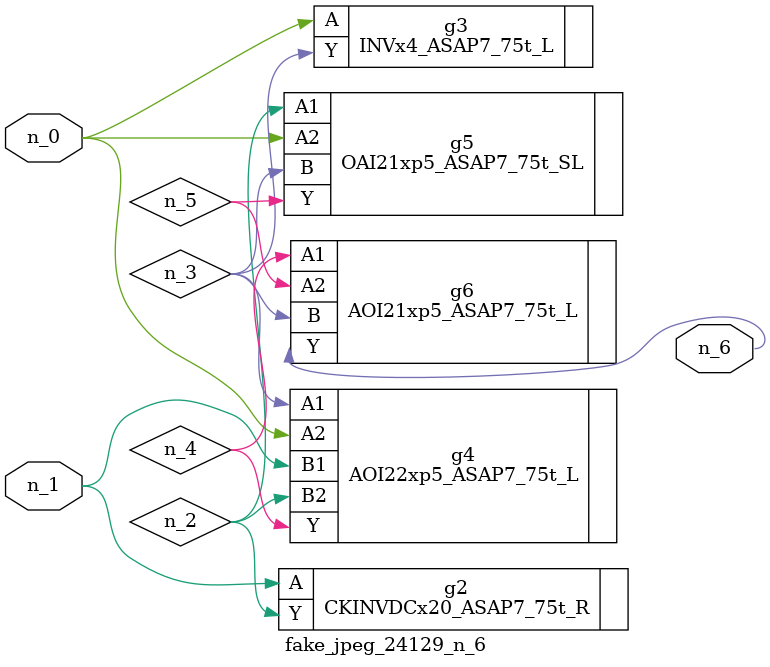
<source format=v>
module fake_jpeg_24129_n_6 (n_0, n_1, n_6);

input n_0;
input n_1;

output n_6;

wire n_2;
wire n_3;
wire n_4;
wire n_5;

CKINVDCx20_ASAP7_75t_R g2 ( 
.A(n_1),
.Y(n_2)
);

INVx4_ASAP7_75t_L g3 ( 
.A(n_0),
.Y(n_3)
);

AOI22xp5_ASAP7_75t_L g4 ( 
.A1(n_3),
.A2(n_0),
.B1(n_1),
.B2(n_2),
.Y(n_4)
);

AOI21xp5_ASAP7_75t_L g6 ( 
.A1(n_4),
.A2(n_5),
.B(n_3),
.Y(n_6)
);

OAI21xp5_ASAP7_75t_SL g5 ( 
.A1(n_2),
.A2(n_0),
.B(n_3),
.Y(n_5)
);


endmodule
</source>
